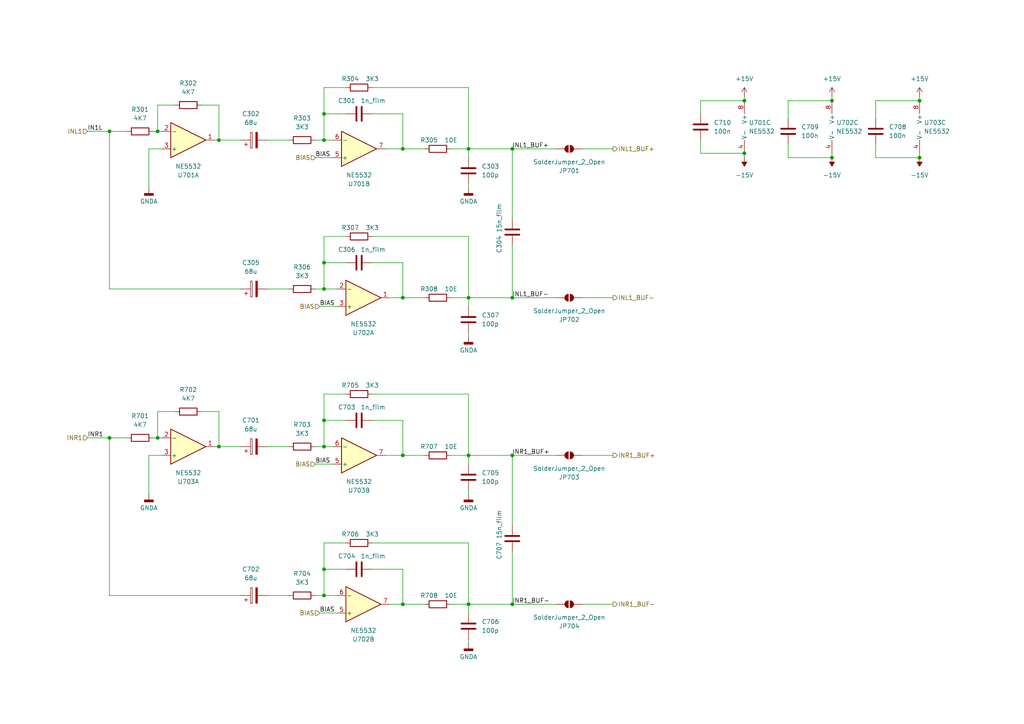
<source format=kicad_sch>
(kicad_sch (version 20250114) (generator "eeschema") (generator_version "9.0")
  (paper "A4")
  (lib_symbols
    (symbol "Amplifier_Operational:NE5532" (pin_names (offset 0.127))
      (property "Reference" "U" (at 0 5.08 0))
      (property "Value" "NE5532" (at 0 -5.08 0))
      (symbol "NE5532_1_1"
        (polyline (pts (xy -5.08 5.08) (xy 5.08 0) (xy -5.08 -5.08) (xy -5.08 5.08)) (stroke (width 0.254)) (fill (type background)))
        (pin input line (at -7.62 2.54 0) (length 2.54) (name "+") (number "3"))
        (pin input line (at -7.62 -2.54 0) (length 2.54) (name "-") (number "2"))
        (pin output line (at 7.62 0 180) (length 2.54) (name "~") (number "1"))
      )
      (symbol "NE5532_2_1"
        (polyline (pts (xy -5.08 5.08) (xy 5.08 0) (xy -5.08 -5.08) (xy -5.08 5.08)) (stroke (width 0.254)) (fill (type background)))
        (pin input line (at -7.62 2.54 0) (length 2.54) (name "+") (number "5"))
        (pin input line (at -7.62 -2.54 0) (length 2.54) (name "-") (number "6"))
        (pin output line (at 7.62 0 180) (length 2.54) (name "~") (number "7"))
      )
      (symbol "NE5532_3_1"
        (pin power_in line (at -2.54 7.62 270) (length 3.81) (name "V+") (number "8"))
        (pin power_in line (at -2.54 -7.62 90) (length 3.81) (name "V-") (number "4"))
      )
    )
    (symbol "Device:C" (pin_numbers (hide yes)) (pin_names (offset 0.254))
      (property "Reference" "C" (at 0.635 2.54 0))
      (property "Value" "C" (at 0.635 -2.54 0))
      (symbol "C_0_1"
        (polyline (pts (xy -2.032 0.762) (xy 2.032 0.762)) (stroke (width 0.508)))
        (polyline (pts (xy -2.032 -0.762) (xy 2.032 -0.762)) (stroke (width 0.508)))
      )
      (symbol "C_1_1"
        (pin passive line (at 0 3.81 270) (length 2.794) (name "~") (number "1"))
        (pin passive line (at 0 -3.81 90) (length 2.794) (name "~") (number "2"))
      )
    )
    (symbol "Device:C_Polarized" (pin_numbers (hide yes)) (pin_names (offset 0.254))
      (property "Reference" "C" (at 0.635 2.54 0))
      (property "Value" "C_Polarized" (at 0.635 -2.54 0))
      (symbol "C_Polarized_0_1"
        (rectangle (start -2.286 0.508) (end 2.286 1.016))
        (polyline (pts (xy -1.778 2.286) (xy -0.762 2.286)))
        (polyline (pts (xy -1.27 2.794) (xy -1.27 1.778)))
        (rectangle (start 2.286 -0.508) (end -2.286 -1.016) (fill (type outline)))
      )
      (symbol "C_Polarized_1_1"
        (pin passive line (at 0 3.81 270) (length 2.794) (name "~") (number "1"))
        (pin passive line (at 0 -3.81 90) (length 2.794) (name "~") (number "2"))
      )
    )
    (symbol "Device:R" (pin_numbers (hide yes)) (pin_names (offset 0))
      (property "Reference" "R" (at 2.032 0 90))
      (property "Value" "R" (at 0 0 90))
      (symbol "R_0_1"
        (rectangle (start -1.016 -2.54) (end 1.016 2.54) (stroke (width 0.254)))
      )
      (symbol "R_1_1"
        (pin passive line (at 0 3.81 270) (length 1.27) (name "~") (number "1"))
        (pin passive line (at 0 -3.81 90) (length 1.27) (name "~") (number "2"))
      )
    )
    (symbol "Jumper:SolderJumper_2_Open" (pin_numbers (hide yes)) (pin_names (offset 0) (hide yes)) (in_bom no)
      (property "Reference" "JP" (at 0 2.032 0))
      (property "Value" "SolderJumper_2_Open" (at 0 -2.54 0))
      (symbol "SolderJumper_2_Open_0_1"
        (polyline (pts (xy -0.254 1.016) (xy -0.254 -1.016)))
        (arc (start -0.254 -1.016) (mid -1.2656 0) (end -0.254 1.016))
        (arc (start -0.254 -1.016) (mid -1.2656 0) (end -0.254 1.016) (fill (type outline)))
        (arc (start 0.254 1.016) (mid 1.2656 0) (end 0.254 -1.016))
        (arc (start 0.254 1.016) (mid 1.2656 0) (end 0.254 -1.016) (fill (type outline)))
        (polyline (pts (xy 0.254 1.016) (xy 0.254 -1.016)))
      )
      (symbol "SolderJumper_2_Open_1_1"
        (pin passive line (at -3.81 0 0) (length 2.54) (name "A") (number "1"))
        (pin passive line (at 3.81 0 180) (length 2.54) (name "B") (number "2"))
      )
    )
    (symbol "power:+15V" (power) (pin_numbers (hide yes)) (pin_names (offset 0) (hide yes))
      (property "Value" "+15V" (at 0 3.556 0))
      (symbol "+15V_0_1"
        (polyline (pts (xy -0.762 1.27) (xy 0 2.54)))
        (polyline (pts (xy 0 2.54) (xy 0.762 1.27)))
        (polyline (pts (xy 0 0) (xy 0 2.54)))
      )
      (symbol "+15V_1_1"
        (pin power_in line (at 0 0 90) (length 0) (name "~") (number "1"))
      )
    )
    (symbol "power:-15V" (power) (pin_numbers (hide yes)) (pin_names (offset 0) (hide yes))
      (property "Value" "-15V" (at 0 3.556 0))
      (symbol "-15V_0_0"
        (pin power_in line (at 0 0 90) (length 0) (name "~") (number "1"))
      )
      (symbol "-15V_0_1"
        (polyline (pts (xy 0 0) (xy 0 1.27) (xy 0.762 1.27) (xy 0 2.54) (xy -0.762 1.27) (xy 0 1.27)) (fill (type outline)))
      )
    )
    (symbol "power:GNDD" (power) (pin_numbers (hide yes)) (pin_names (offset 0) (hide yes))
      (property "Value" "GNDD" (at 0 -3.175 0))
      (symbol "GNDD_0_1"
        (rectangle (start -1.27 -1.524) (end 1.27 -2.032) (stroke (width 0.254)) (fill (type outline)))
        (polyline (pts (xy 0 0) (xy 0 -1.524)))
      )
      (symbol "GNDD_1_1"
        (pin power_in line (at 0 0 270) (length 0) (name "~") (number "1"))
      )
    )
  )
  (junction (at 93.98 121.92))
  (junction (at 93.98 40.64))
  (junction (at 31.75 38.1))
  (junction (at 241.3 29.21))
  (junction (at 215.9 29.21))
  (junction (at 116.84 175.26))
  (junction (at 135.89 43.18))
  (junction (at 93.98 83.82))
  (junction (at 135.89 175.26))
  (junction (at 116.84 86.36))
  (junction (at 116.84 132.08))
  (junction (at 63.5 40.64))
  (junction (at 45.72 38.1))
  (junction (at 63.5 129.54))
  (junction (at 45.72 127))
  (junction (at 148.59 43.18))
  (junction (at 135.89 132.08))
  (junction (at 148.59 175.26))
  (junction (at 135.89 86.36))
  (junction (at 266.7 29.21))
  (junction (at 116.84 43.18))
  (junction (at 148.59 132.08))
  (junction (at 215.9 44.45))
  (junction (at 31.75 127))
  (junction (at 266.7 45.72))
  (junction (at 93.98 172.72))
  (junction (at 93.98 129.54))
  (junction (at 241.3 45.72))
  (junction (at 93.98 33.02))
  (junction (at 148.59 86.36))
  (junction (at 93.98 76.2))
  (junction (at 93.98 165.1))
  (wire (pts (xy 92.71 88.9) (xy 97.79 88.9)))
  (wire (pts (xy 135.89 157.48) (xy 135.89 175.26)))
  (wire (pts (xy 266.7 44.45) (xy 266.7 45.72)))
  (wire (pts (xy 135.89 114.3) (xy 135.89 132.08)))
  (wire (pts (xy 254 29.21) (xy 254 34.29)))
  (wire (pts (xy 100.33 114.3) (xy 93.98 114.3)))
  (wire (pts (xy 93.98 129.54) (xy 96.52 129.54)))
  (wire (pts (xy 91.44 45.72) (xy 96.52 45.72)))
  (wire (pts (xy 93.98 76.2) (xy 93.98 83.82)))
  (wire (pts (xy 107.95 157.48) (xy 135.89 157.48)))
  (wire (pts (xy 228.6 29.21) (xy 241.3 29.21)))
  (wire (pts (xy 107.95 165.1) (xy 116.84 165.1)))
  (wire (pts (xy 168.91 86.36) (xy 177.8 86.36)))
  (wire (pts (xy 107.95 114.3) (xy 135.89 114.3)))
  (wire (pts (xy 62.23 129.54) (xy 63.5 129.54)))
  (wire (pts (xy 31.75 83.82) (xy 31.75 38.1)))
  (wire (pts (xy 135.89 175.26) (xy 148.59 175.26)))
  (wire (pts (xy 91.44 83.82) (xy 93.98 83.82)))
  (wire (pts (xy 93.98 114.3) (xy 93.98 121.92)))
  (wire (pts (xy 77.47 129.54) (xy 83.82 129.54)))
  (wire (pts (xy 100.33 165.1) (xy 93.98 165.1)))
  (wire (pts (xy 91.44 129.54) (xy 93.98 129.54)))
  (wire (pts (xy 266.7 27.94) (xy 266.7 29.21)))
  (wire (pts (xy 135.89 68.58) (xy 135.89 86.36)))
  (wire (pts (xy 148.59 43.18) (xy 148.59 63.5)))
  (wire (pts (xy 130.81 175.26) (xy 135.89 175.26)))
  (wire (pts (xy 148.59 86.36) (xy 161.29 86.36)))
  (wire (pts (xy 135.89 43.18) (xy 130.81 43.18)))
  (wire (pts (xy 148.59 86.36) (xy 148.59 71.12)))
  (wire (pts (xy 91.44 172.72) (xy 93.98 172.72)))
  (wire (pts (xy 93.98 172.72) (xy 97.79 172.72)))
  (wire (pts (xy 93.98 68.58) (xy 93.98 76.2)))
  (wire (pts (xy 135.89 43.18) (xy 148.59 43.18)))
  (wire (pts (xy 50.8 30.48) (xy 45.72 30.48)))
  (wire (pts (xy 135.89 25.4) (xy 135.89 43.18)))
  (wire (pts (xy 107.95 33.02) (xy 116.84 33.02)))
  (wire (pts (xy 203.2 29.21) (xy 203.2 33.02)))
  (wire (pts (xy 46.99 132.08) (xy 43.18 132.08)))
  (wire (pts (xy 91.44 134.62) (xy 96.52 134.62)))
  (wire (pts (xy 135.89 132.08) (xy 130.81 132.08)))
  (wire (pts (xy 25.4 127) (xy 31.75 127)))
  (wire (pts (xy 116.84 43.18) (xy 123.19 43.18)))
  (wire (pts (xy 58.42 119.38) (xy 63.5 119.38)))
  (wire (pts (xy 50.8 119.38) (xy 45.72 119.38)))
  (wire (pts (xy 203.2 44.45) (xy 215.9 44.45)))
  (wire (pts (xy 58.42 30.48) (xy 63.5 30.48)))
  (wire (pts (xy 100.33 121.92) (xy 93.98 121.92)))
  (wire (pts (xy 45.72 119.38) (xy 45.72 127)))
  (wire (pts (xy 63.5 119.38) (xy 63.5 129.54)))
  (wire (pts (xy 148.59 132.08) (xy 148.59 152.4)))
  (wire (pts (xy 107.95 76.2) (xy 116.84 76.2)))
  (wire (pts (xy 148.59 132.08) (xy 161.29 132.08)))
  (wire (pts (xy 116.84 76.2) (xy 116.84 86.36)))
  (wire (pts (xy 91.44 40.64) (xy 93.98 40.64)))
  (wire (pts (xy 116.84 43.18) (xy 111.76 43.18)))
  (wire (pts (xy 135.89 185.42) (xy 135.89 186.69)))
  (wire (pts (xy 203.2 29.21) (xy 215.9 29.21)))
  (wire (pts (xy 148.59 43.18) (xy 161.29 43.18)))
  (wire (pts (xy 168.91 132.08) (xy 177.8 132.08)))
  (wire (pts (xy 63.5 30.48) (xy 63.5 40.64)))
  (wire (pts (xy 46.99 43.18) (xy 43.18 43.18)))
  (wire (pts (xy 168.91 43.18) (xy 177.8 43.18)))
  (wire (pts (xy 92.71 177.8) (xy 97.79 177.8)))
  (wire (pts (xy 113.03 175.26) (xy 116.84 175.26)))
  (wire (pts (xy 45.72 30.48) (xy 45.72 38.1)))
  (wire (pts (xy 215.9 44.45) (xy 215.9 45.72)))
  (wire (pts (xy 63.5 129.54) (xy 69.85 129.54)))
  (wire (pts (xy 135.89 132.08) (xy 148.59 132.08)))
  (wire (pts (xy 116.84 132.08) (xy 123.19 132.08)))
  (wire (pts (xy 93.98 33.02) (xy 93.98 40.64)))
  (wire (pts (xy 77.47 172.72) (xy 83.82 172.72)))
  (wire (pts (xy 116.84 175.26) (xy 123.19 175.26)))
  (wire (pts (xy 135.89 175.26) (xy 135.89 177.8)))
  (wire (pts (xy 107.95 121.92) (xy 116.84 121.92)))
  (wire (pts (xy 228.6 29.21) (xy 228.6 34.29)))
  (wire (pts (xy 168.91 175.26) (xy 177.8 175.26)))
  (wire (pts (xy 69.85 83.82) (xy 31.75 83.82)))
  (wire (pts (xy 100.33 76.2) (xy 93.98 76.2)))
  (wire (pts (xy 100.33 33.02) (xy 93.98 33.02)))
  (wire (pts (xy 43.18 43.18) (xy 43.18 54.61)))
  (wire (pts (xy 31.75 127) (xy 36.83 127)))
  (wire (pts (xy 77.47 40.64) (xy 83.82 40.64)))
  (wire (pts (xy 135.89 96.52) (xy 135.89 97.79)))
  (wire (pts (xy 107.95 68.58) (xy 135.89 68.58)))
  (wire (pts (xy 254 45.72) (xy 266.7 45.72)))
  (wire (pts (xy 62.23 40.64) (xy 63.5 40.64)))
  (wire (pts (xy 93.98 121.92) (xy 93.98 129.54)))
  (wire (pts (xy 148.59 175.26) (xy 161.29 175.26)))
  (wire (pts (xy 148.59 175.26) (xy 148.59 160.02)))
  (wire (pts (xy 203.2 40.64) (xy 203.2 44.45)))
  (wire (pts (xy 116.84 86.36) (xy 123.19 86.36)))
  (wire (pts (xy 44.45 38.1) (xy 45.72 38.1)))
  (wire (pts (xy 69.85 172.72) (xy 31.75 172.72)))
  (wire (pts (xy 116.84 33.02) (xy 116.84 43.18)))
  (wire (pts (xy 135.89 43.18) (xy 135.89 45.72)))
  (wire (pts (xy 93.98 83.82) (xy 97.79 83.82)))
  (wire (pts (xy 100.33 25.4) (xy 93.98 25.4)))
  (wire (pts (xy 113.03 86.36) (xy 116.84 86.36)))
  (wire (pts (xy 93.98 40.64) (xy 96.52 40.64)))
  (wire (pts (xy 116.84 121.92) (xy 116.84 132.08)))
  (wire (pts (xy 135.89 53.34) (xy 135.89 54.61)))
  (wire (pts (xy 254 41.91) (xy 254 45.72)))
  (wire (pts (xy 116.84 132.08) (xy 111.76 132.08)))
  (wire (pts (xy 31.75 38.1) (xy 36.83 38.1)))
  (wire (pts (xy 93.98 157.48) (xy 93.98 165.1)))
  (wire (pts (xy 25.4 38.1) (xy 31.75 38.1)))
  (wire (pts (xy 100.33 157.48) (xy 93.98 157.48)))
  (wire (pts (xy 43.18 132.08) (xy 43.18 143.51)))
  (wire (pts (xy 130.81 86.36) (xy 135.89 86.36)))
  (wire (pts (xy 116.84 165.1) (xy 116.84 175.26)))
  (wire (pts (xy 241.3 27.94) (xy 241.3 29.21)))
  (wire (pts (xy 241.3 44.45) (xy 241.3 45.72)))
  (wire (pts (xy 93.98 25.4) (xy 93.98 33.02)))
  (wire (pts (xy 107.95 25.4) (xy 135.89 25.4)))
  (wire (pts (xy 215.9 27.94) (xy 215.9 29.21)))
  (wire (pts (xy 77.47 83.82) (xy 83.82 83.82)))
  (wire (pts (xy 31.75 172.72) (xy 31.75 127)))
  (wire (pts (xy 93.98 165.1) (xy 93.98 172.72)))
  (wire (pts (xy 228.6 41.91) (xy 228.6 45.72)))
  (wire (pts (xy 135.89 86.36) (xy 135.89 88.9)))
  (wire (pts (xy 44.45 127) (xy 45.72 127)))
  (wire (pts (xy 228.6 45.72) (xy 241.3 45.72)))
  (wire (pts (xy 100.33 68.58) (xy 93.98 68.58)))
  (wire (pts (xy 254 29.21) (xy 266.7 29.21)))
  (wire (pts (xy 135.89 86.36) (xy 148.59 86.36)))
  (wire (pts (xy 63.5 40.64) (xy 69.85 40.64)))
  (wire (pts (xy 45.72 38.1) (xy 46.99 38.1)))
  (wire (pts (xy 45.72 127) (xy 46.99 127)))
  (wire (pts (xy 135.89 142.24) (xy 135.89 143.51)))
  (wire (pts (xy 135.89 132.08) (xy 135.89 134.62)))
  (label "INR1_BUF-" (at 148.59 175.26 0))
  (label "BIAS" (at 92.71 177.8 0))
  (label "INR1_BUF+" (at 148.59 132.08 0))
  (label "BIAS" (at 91.44 45.72 0))
  (label "INL1_BUF-" (at 148.59 86.36 0))
  (label "BIAS" (at 91.44 134.62 0))
  (label "INL1_BUF+" (at 148.59 43.18 0))
  (label "IN1L" (at 25.4 38.1 0))
  (label "BIAS" (at 92.71 88.9 0))
  (label "INR1" (at 25.4 127 0))
  (hierarchical_label "INR1_BUF+" (shape output) (at 177.8 132.08 0))
  (hierarchical_label "INL1" (shape input) (at 25.4 38.1 180))
  (hierarchical_label "INL1_BUF+" (shape output) (at 177.8 43.18 0))
  (hierarchical_label "BIAS" (shape input) (at 91.5136 45.72 180))
  (hierarchical_label "INR1_BUF-" (shape output) (at 177.8 175.26 0))
  (hierarchical_label "BIAS" (shape input) (at 92.71 177.8 180))
  (hierarchical_label "INR1" (shape input) (at 25.4 127 180))
  (hierarchical_label "BIAS" (shape input) (at 91.44 134.62 180))
  (hierarchical_label "INL1_BUF-" (shape output) (at 177.8 86.36 0))
  (hierarchical_label "BIAS" (shape input) (at 92.71 88.9 180))
  (symbol (lib_id "Device:R") (at 104.14 114.3 90) (unit 1)
    (property "Reference" "R705" (at 101.6 111.76 90))
    (property "Value" "3K3" (at 107.95 111.76 90))
    (property "Footprint" "Resistor_SMD:R_0603_1608Metric_Pad0.98x0.95mm_HandSolder" (effects (hide yes)))
    (property "Description" "Resistor" (effects (hide yes)))
  )
  (symbol (lib_id "Amplifier_Operational:NE5532") (at 105.41 175.26 0) (mirror x) (unit 2)
    (property "Reference" "U702" (at 105.41 185.42 0))
    (property "Value" "NE5532" (at 105.41 182.88 0))
    (property "Datasheet" "http://www.ti.com/lit/ds/symlink/ne5532.pdf" (effects (hide yes)))
    (property "Description" "Dual Low-Noise Operational Amplifiers, DIP-8/SOIC-8" (effects (hide yes)))
  )
  (symbol (lib_id "Device:C_Polarized") (at 73.66 83.82 90) (unit 1)
    (property "Reference" "C305" (at 72.771 76.2 90))
    (property "Value" "68u" (at 72.771 78.74 90))
    (property "Description" "Polarized capacitor" (effects (hide yes)))
  )
  (symbol (lib_id "Device:R") (at 40.64 127 90) (unit 1)
    (property "Reference" "R701" (at 40.64 120.65 90))
    (property "Value" "4K7" (at 40.64 123.19 90))
    (property "Footprint" "Resistor_SMD:R_0603_1608Metric_Pad0.98x0.95mm_HandSolder" (effects (hide yes)))
    (property "Description" "Resistor" (effects (hide yes)))
  )
  (symbol (lib_id "Device:C") (at 104.14 165.1 90) (unit 1)
    (property "Reference" "C704" (at 100.584 161.29 90))
    (property "Value" "1n_film" (at 108.204 161.29 90))
    (property "Footprint" "Capacitor_SMD:C_0603_1608Metric_Pad1.08x0.95mm_HandSolder" (effects (hide yes)))
    (property "Description" "Unpolarized capacitor" (effects (hide yes)))
  )
  (symbol (lib_id "Device:C") (at 104.14 33.02 90) (unit 1)
    (property "Reference" "C301" (at 100.584 29.21 90))
    (property "Value" "1n_film" (at 108.204 29.21 90))
    (property "Footprint" "Capacitor_SMD:C_0603_1608Metric_Pad1.08x0.95mm_HandSolder" (effects (hide yes)))
    (property "Description" "Unpolarized capacitor" (effects (hide yes)))
  )
  (symbol (lib_id "power:GNDD") (at 135.89 54.61 0) (unit 1)
    (property "Reference" "#PWR0313" (effects (hide yes)))
    (property "Value" "GNDA" (at 135.89 58.42 0))
    (property "Description" "Power symbol creates a global label with name \"GNDD\" , digital ground" (effects (hide yes)))
  )
  (symbol (lib_id "Device:C") (at 148.59 156.21 180) (unit 1)
    (property "Reference" "C707" (at 144.78 159.766 90))
    (property "Value" "15n_film" (at 144.78 152.146 90))
    (property "Footprint" "Capacitor_SMD:C_0603_1608Metric_Pad1.08x0.95mm_HandSolder" (effects (hide yes)))
    (property "Description" "Unpolarized capacitor" (effects (hide yes)))
  )
  (symbol (lib_id "Device:C") (at 135.89 138.43 0) (unit 1)
    (property "Reference" "C705" (at 139.7 137.1599 0) (effects (justify left)))
    (property "Value" "100p" (at 139.7 139.6999 0) (effects (justify left)))
    (property "Footprint" "Capacitor_SMD:C_0603_1608Metric_Pad1.08x0.95mm_HandSolder" (effects (hide yes)))
    (property "Description" "Unpolarized capacitor" (effects (hide yes)))
  )
  (symbol (lib_id "power:GNDD") (at 135.89 143.51 0) (unit 1)
    (property "Reference" "#PWR0702" (effects (hide yes)))
    (property "Value" "GNDA" (at 135.89 147.32 0))
    (property "Description" "Power symbol creates a global label with name \"GNDD\" , digital ground" (effects (hide yes)))
  )
  (symbol (lib_id "Device:C") (at 148.59 67.31 180) (unit 1)
    (property "Reference" "C304" (at 144.78 70.866 90))
    (property "Value" "15n_film" (at 144.78 63.246 90))
    (property "Footprint" "Capacitor_SMD:C_0603_1608Metric_Pad1.08x0.95mm_HandSolder" (effects (hide yes)))
    (property "Description" "Unpolarized capacitor" (effects (hide yes)))
  )
  (symbol (lib_id "power:GNDD") (at 135.89 97.79 0) (unit 1)
    (property "Reference" "#PWR0314" (effects (hide yes)))
    (property "Value" "GNDA" (at 135.89 101.6 0))
    (property "Description" "Power symbol creates a global label with name \"GNDD\" , digital ground" (effects (hide yes)))
  )
  (symbol (lib_id "power:GNDD") (at 43.18 54.61 0) (unit 1)
    (property "Reference" "#PWR0312" (effects (hide yes)))
    (property "Value" "GNDA" (at 43.18 58.42 0))
    (property "Description" "Power symbol creates a global label with name \"GNDD\" , digital ground" (effects (hide yes)))
  )
  (symbol (lib_id "Amplifier_Operational:NE5532") (at 54.61 129.54 0) (mirror x) (unit 1)
    (property "Reference" "U703" (at 54.61 139.7 0))
    (property "Value" "NE5532" (at 54.61 137.16 0))
    (property "Datasheet" "http://www.ti.com/lit/ds/symlink/ne5532.pdf" (effects (hide yes)))
    (property "Description" "Dual Low-Noise Operational Amplifiers, DIP-8/SOIC-8" (effects (hide yes)))
  )
  (symbol (lib_id "Device:R") (at 104.14 25.4 90) (unit 1)
    (property "Reference" "R304" (at 101.6 22.86 90))
    (property "Value" "3K3" (at 107.95 22.86 90))
    (property "Footprint" "Resistor_SMD:R_0603_1608Metric_Pad0.98x0.95mm_HandSolder" (effects (hide yes)))
    (property "Description" "Resistor" (effects (hide yes)))
  )
  (symbol (lib_id "Device:C_Polarized") (at 73.66 129.54 90) (unit 1)
    (property "Reference" "C701" (at 72.771 121.92 90))
    (property "Value" "68u" (at 72.771 124.46 90))
    (property "Description" "Polarized capacitor" (effects (hide yes)))
  )
  (symbol (lib_id "Amplifier_Operational:NE5532") (at 218.44 36.83 0) (unit 3)
    (property "Reference" "U701" (at 217.17 35.5599 0) (effects (justify left)))
    (property "Value" "NE5532" (at 217.17 38.0999 0) (effects (justify left)))
    (property "Datasheet" "http://www.ti.com/lit/ds/symlink/ne5532.pdf" (effects (hide yes)))
    (property "Description" "Dual Low-Noise Operational Amplifiers, DIP-8/SOIC-8" (effects (hide yes)))
  )
  (symbol (lib_id "Jumper:SolderJumper_2_Open") (at 165.1 132.08 180) (unit 1) (in_bom no)
    (property "Reference" "JP703" (at 165.1 138.43 0))
    (property "Value" "SolderJumper_2_Open" (at 165.1 135.89 0))
    (property "Footprint" "Jumper:SolderJumper-2_P1.3mm_Open_Pad1.0x1.5mm" (effects (hide yes)))
    (property "Description" "Solder Jumper, 2-pole, open" (effects (hide yes)))
  )
  (symbol (lib_id "Device:C") (at 203.2 36.83 0) (unit 1)
    (property "Reference" "C710" (at 207.01 35.5599 0) (effects (justify left)))
    (property "Value" "100n" (at 207.01 38.0999 0) (effects (justify left)))
    (property "Footprint" "Capacitor_SMD:C_0603_1608Metric_Pad1.08x0.95mm_HandSolder" (effects (hide yes)))
    (property "Description" "Unpolarized capacitor" (effects (hide yes)))
  )
  (symbol (lib_id "Device:R") (at 127 43.18 90) (unit 1)
    (property "Reference" "R305" (at 124.46 40.64 90))
    (property "Value" "10E" (at 130.81 40.64 90))
    (property "Footprint" "Resistor_SMD:R_0603_1608Metric_Pad0.98x0.95mm_HandSolder" (effects (hide yes)))
    (property "Description" "Resistor" (effects (hide yes)))
  )
  (symbol (lib_id "Device:C") (at 135.89 181.61 0) (unit 1)
    (property "Reference" "C706" (at 139.7 180.3399 0) (effects (justify left)))
    (property "Value" "100p" (at 139.7 182.8799 0) (effects (justify left)))
    (property "Footprint" "Capacitor_SMD:C_0603_1608Metric_Pad1.08x0.95mm_HandSolder" (effects (hide yes)))
    (property "Description" "Unpolarized capacitor" (effects (hide yes)))
  )
  (symbol (lib_id "power:-15V") (at 215.9 45.72 180) (unit 1)
    (property "Reference" "#PWR0309" (effects (hide yes)))
    (property "Value" "-15V" (at 215.9 50.8 0))
    (property "Description" "Power symbol creates a global label with name \"-15V\"" (effects (hide yes)))
  )
  (symbol (lib_id "Amplifier_Operational:NE5532") (at 104.14 43.18 0) (mirror x) (unit 2)
    (property "Reference" "U701" (at 104.14 53.34 0))
    (property "Value" "NE5532" (at 104.14 50.8 0))
    (property "Datasheet" "http://www.ti.com/lit/ds/symlink/ne5532.pdf" (effects (hide yes)))
    (property "Description" "Dual Low-Noise Operational Amplifiers, DIP-8/SOIC-8" (effects (hide yes)))
  )
  (symbol (lib_id "Device:C") (at 228.6 38.1 0) (unit 1)
    (property "Reference" "C709" (at 232.41 36.8299 0) (effects (justify left)))
    (property "Value" "100n" (at 232.41 39.3699 0) (effects (justify left)))
    (property "Footprint" "Capacitor_SMD:C_0603_1608Metric_Pad1.08x0.95mm_HandSolder" (effects (hide yes)))
    (property "Description" "Unpolarized capacitor" (effects (hide yes)))
  )
  (symbol (lib_id "power:GNDD") (at 135.89 186.69 0) (unit 1)
    (property "Reference" "#PWR0703" (effects (hide yes)))
    (property "Value" "GNDA" (at 135.89 190.5 0))
    (property "Description" "Power symbol creates a global label with name \"GNDD\" , digital ground" (effects (hide yes)))
  )
  (symbol (lib_id "Device:R") (at 87.63 40.64 90) (unit 1)
    (property "Reference" "R303" (at 87.63 34.29 90))
    (property "Value" "3K3" (at 87.63 36.83 90))
    (property "Footprint" "Resistor_SMD:R_0603_1608Metric_Pad0.98x0.95mm_HandSolder" (effects (hide yes)))
    (property "Description" "Resistor" (effects (hide yes)))
  )
  (symbol (lib_id "Amplifier_Operational:NE5532") (at 104.14 132.08 0) (mirror x) (unit 2)
    (property "Reference" "U703" (at 104.14 142.24 0))
    (property "Value" "NE5532" (at 104.14 139.7 0))
    (property "Datasheet" "http://www.ti.com/lit/ds/symlink/ne5532.pdf" (effects (hide yes)))
    (property "Description" "Dual Low-Noise Operational Amplifiers, DIP-8/SOIC-8" (effects (hide yes)))
  )
  (symbol (lib_id "Device:R") (at 127 86.36 90) (unit 1)
    (property "Reference" "R308" (at 124.46 83.82 90))
    (property "Value" "10E" (at 130.81 83.82 90))
    (property "Footprint" "Resistor_SMD:R_0603_1608Metric_Pad0.98x0.95mm_HandSolder" (effects (hide yes)))
    (property "Description" "Resistor" (effects (hide yes)))
  )
  (symbol (lib_id "power:GNDD") (at 43.18 143.51 0) (unit 1)
    (property "Reference" "#PWR0701" (effects (hide yes)))
    (property "Value" "GNDA" (at 43.18 147.32 0))
    (property "Description" "Power symbol creates a global label with name \"GNDD\" , digital ground" (effects (hide yes)))
  )
  (symbol (lib_id "Device:R") (at 87.63 172.72 90) (unit 1)
    (property "Reference" "R704" (at 87.63 166.37 90))
    (property "Value" "3K3" (at 87.63 168.91 90))
    (property "Footprint" "Resistor_SMD:R_0603_1608Metric_Pad0.98x0.95mm_HandSolder" (effects (hide yes)))
    (property "Description" "Resistor" (effects (hide yes)))
  )
  (symbol (lib_id "Jumper:SolderJumper_2_Open") (at 165.1 43.18 180) (unit 1) (in_bom no)
    (property "Reference" "JP701" (at 165.1 49.53 0))
    (property "Value" "SolderJumper_2_Open" (at 165.1 46.99 0))
    (property "Footprint" "Jumper:SolderJumper-2_P1.3mm_Open_Pad1.0x1.5mm" (effects (hide yes)))
    (property "Description" "Solder Jumper, 2-pole, open" (effects (hide yes)))
  )
  (symbol (lib_id "Device:R") (at 127 132.08 90) (unit 1)
    (property "Reference" "R707" (at 124.46 129.54 90))
    (property "Value" "10E" (at 130.81 129.54 90))
    (property "Footprint" "Resistor_SMD:R_0603_1608Metric_Pad0.98x0.95mm_HandSolder" (effects (hide yes)))
    (property "Description" "Resistor" (effects (hide yes)))
  )
  (symbol (lib_id "Device:C_Polarized") (at 73.66 40.64 90) (unit 1)
    (property "Reference" "C302" (at 72.771 33.02 90))
    (property "Value" "68u" (at 72.771 35.56 90))
    (property "Description" "Polarized capacitor" (effects (hide yes)))
  )
  (symbol (lib_id "Device:R") (at 104.14 68.58 90) (unit 1)
    (property "Reference" "R307" (at 101.6 66.04 90))
    (property "Value" "3K3" (at 107.95 66.04 90))
    (property "Footprint" "Resistor_SMD:R_0603_1608Metric_Pad0.98x0.95mm_HandSolder" (effects (hide yes)))
    (property "Description" "Resistor" (effects (hide yes)))
  )
  (symbol (lib_id "power:+15V") (at 215.9 27.94 0) (unit 1)
    (property "Reference" "#PWR0308" (effects (hide yes)))
    (property "Value" "+15V" (at 215.9 22.86 0))
    (property "Description" "Power symbol creates a global label with name \"+15V\"" (effects (hide yes)))
  )
  (symbol (lib_id "Amplifier_Operational:NE5532") (at 54.61 40.64 0) (mirror x) (unit 1)
    (property "Reference" "U701" (at 54.61 50.8 0))
    (property "Value" "NE5532" (at 54.61 48.26 0))
    (property "Datasheet" "http://www.ti.com/lit/ds/symlink/ne5532.pdf" (effects (hide yes)))
    (property "Description" "Dual Low-Noise Operational Amplifiers, DIP-8/SOIC-8" (effects (hide yes)))
  )
  (symbol (lib_id "Device:C") (at 104.14 121.92 90) (unit 1)
    (property "Reference" "C703" (at 100.584 118.11 90))
    (property "Value" "1n_film" (at 108.204 118.11 90))
    (property "Footprint" "Capacitor_SMD:C_0603_1608Metric_Pad1.08x0.95mm_HandSolder" (effects (hide yes)))
    (property "Description" "Unpolarized capacitor" (effects (hide yes)))
  )
  (symbol (lib_id "power:-15V") (at 241.3 45.72 180) (unit 1)
    (property "Reference" "#PWR0311" (effects (hide yes)))
    (property "Value" "-15V" (at 241.3 50.8 0))
    (property "Description" "Power symbol creates a global label with name \"-15V\"" (effects (hide yes)))
  )
  (symbol (lib_id "Device:C") (at 135.89 49.53 0) (unit 1)
    (property "Reference" "C303" (at 139.7 48.2599 0) (effects (justify left)))
    (property "Value" "100p" (at 139.7 50.7999 0) (effects (justify left)))
    (property "Footprint" "Capacitor_SMD:C_0603_1608Metric_Pad1.08x0.95mm_HandSolder" (effects (hide yes)))
    (property "Description" "Unpolarized capacitor" (effects (hide yes)))
  )
  (symbol (lib_id "Amplifier_Operational:NE5532") (at 105.41 86.36 0) (mirror x) (unit 1)
    (property "Reference" "U702" (at 105.41 96.52 0))
    (property "Value" "NE5532" (at 105.41 93.98 0))
    (property "Datasheet" "http://www.ti.com/lit/ds/symlink/ne5532.pdf" (effects (hide yes)))
    (property "Description" "Dual Low-Noise Operational Amplifiers, DIP-8/SOIC-8" (effects (hide yes)))
  )
  (symbol (lib_id "Device:R") (at 127 175.26 90) (unit 1)
    (property "Reference" "R708" (at 124.46 172.72 90))
    (property "Value" "10E" (at 130.81 172.72 90))
    (property "Footprint" "Resistor_SMD:R_0603_1608Metric_Pad0.98x0.95mm_HandSolder" (effects (hide yes)))
    (property "Description" "Resistor" (effects (hide yes)))
  )
  (symbol (lib_id "Amplifier_Operational:NE5532") (at 269.24 36.83 0) (unit 3)
    (property "Reference" "U703" (at 267.97 35.5599 0) (effects (justify left)))
    (property "Value" "NE5532" (at 267.97 38.0999 0) (effects (justify left)))
    (property "Datasheet" "http://www.ti.com/lit/ds/symlink/ne5532.pdf" (effects (hide yes)))
    (property "Description" "Dual Low-Noise Operational Amplifiers, DIP-8/SOIC-8" (effects (hide yes)))
  )
  (symbol (lib_id "Jumper:SolderJumper_2_Open") (at 165.1 175.26 180) (unit 1) (in_bom no)
    (property "Reference" "JP704" (at 165.1 181.61 0))
    (property "Value" "SolderJumper_2_Open" (at 165.1 179.07 0))
    (property "Footprint" "Jumper:SolderJumper-2_P1.3mm_Open_Pad1.0x1.5mm" (effects (hide yes)))
    (property "Description" "Solder Jumper, 2-pole, open" (effects (hide yes)))
  )
  (symbol (lib_id "Device:R") (at 54.61 119.38 90) (unit 1)
    (property "Reference" "R702" (at 54.61 113.03 90))
    (property "Value" "4K7" (at 54.61 115.57 90))
    (property "Footprint" "Resistor_SMD:R_0603_1608Metric_Pad0.98x0.95mm_HandSolder" (effects (hide yes)))
    (property "Description" "Resistor" (effects (hide yes)))
  )
  (symbol (lib_id "Amplifier_Operational:NE5532") (at 243.84 36.83 0) (unit 3)
    (property "Reference" "U702" (at 242.57 35.5599 0) (effects (justify left)))
    (property "Value" "NE5532" (at 242.57 38.0999 0) (effects (justify left)))
    (property "Datasheet" "http://www.ti.com/lit/ds/symlink/ne5532.pdf" (effects (hide yes)))
    (property "Description" "Dual Low-Noise Operational Amplifiers, DIP-8/SOIC-8" (effects (hide yes)))
  )
  (symbol (lib_id "Device:R") (at 87.63 83.82 90) (unit 1)
    (property "Reference" "R306" (at 87.63 77.47 90))
    (property "Value" "3K3" (at 87.63 80.01 90))
    (property "Footprint" "Resistor_SMD:R_0603_1608Metric_Pad0.98x0.95mm_HandSolder" (effects (hide yes)))
    (property "Description" "Resistor" (effects (hide yes)))
  )
  (symbol (lib_id "power:+15V") (at 266.7 27.94 0) (unit 1)
    (property "Reference" "#PWR0704" (effects (hide yes)))
    (property "Value" "+15V" (at 266.7 22.86 0))
    (property "Description" "Power symbol creates a global label with name \"+15V\"" (effects (hide yes)))
  )
  (symbol (lib_id "Jumper:SolderJumper_2_Open") (at 165.1 86.36 180) (unit 1) (in_bom no)
    (property "Reference" "JP702" (at 165.1 92.71 0))
    (property "Value" "SolderJumper_2_Open" (at 165.1 90.17 0))
    (property "Footprint" "Jumper:SolderJumper-2_P1.3mm_Open_Pad1.0x1.5mm" (effects (hide yes)))
    (property "Description" "Solder Jumper, 2-pole, open" (effects (hide yes)))
  )
  (symbol (lib_id "power:-15V") (at 266.7 45.72 180) (unit 1)
    (property "Reference" "#PWR0705" (effects (hide yes)))
    (property "Value" "-15V" (at 266.7 50.8 0))
    (property "Description" "Power symbol creates a global label with name \"-15V\"" (effects (hide yes)))
  )
  (symbol (lib_id "Device:R") (at 54.61 30.48 90) (unit 1)
    (property "Reference" "R302" (at 54.61 24.13 90))
    (property "Value" "4K7" (at 54.61 26.67 90))
    (property "Footprint" "Resistor_SMD:R_0603_1608Metric_Pad0.98x0.95mm_HandSolder" (effects (hide yes)))
    (property "Description" "Resistor" (effects (hide yes)))
  )
  (symbol (lib_id "power:+15V") (at 241.3 27.94 0) (unit 1)
    (property "Reference" "#PWR0310" (effects (hide yes)))
    (property "Value" "+15V" (at 241.3 22.86 0))
    (property "Description" "Power symbol creates a global label with name \"+15V\"" (effects (hide yes)))
  )
  (symbol (lib_id "Device:R") (at 104.14 157.48 90) (unit 1)
    (property "Reference" "R706" (at 101.6 154.94 90))
    (property "Value" "3K3" (at 107.95 154.94 90))
    (property "Footprint" "Resistor_SMD:R_0603_1608Metric_Pad0.98x0.95mm_HandSolder" (effects (hide yes)))
    (property "Description" "Resistor" (effects (hide yes)))
  )
  (symbol (lib_id "Device:C_Polarized") (at 73.66 172.72 90) (unit 1)
    (property "Reference" "C702" (at 72.771 165.1 90))
    (property "Value" "68u" (at 72.771 167.64 90))
    (property "Description" "Polarized capacitor" (effects (hide yes)))
  )
  (symbol (lib_id "Device:C") (at 104.14 76.2 90) (unit 1)
    (property "Reference" "C306" (at 100.584 72.39 90))
    (property "Value" "1n_film" (at 108.204 72.39 90))
    (property "Footprint" "Capacitor_SMD:C_0603_1608Metric_Pad1.08x0.95mm_HandSolder" (effects (hide yes)))
    (property "Description" "Unpolarized capacitor" (effects (hide yes)))
  )
  (symbol (lib_id "Device:C") (at 135.89 92.71 0) (unit 1)
    (property "Reference" "C307" (at 139.7 91.4399 0) (effects (justify left)))
    (property "Value" "100p" (at 139.7 93.9799 0) (effects (justify left)))
    (property "Footprint" "Capacitor_SMD:C_0603_1608Metric_Pad1.08x0.95mm_HandSolder" (effects (hide yes)))
    (property "Description" "Unpolarized capacitor" (effects (hide yes)))
  )
  (symbol (lib_id "Device:R") (at 40.64 38.1 90) (unit 1)
    (property "Reference" "R301" (at 40.64 31.75 90))
    (property "Value" "4K7" (at 40.64 34.29 90))
    (property "Footprint" "Resistor_SMD:R_0603_1608Metric_Pad0.98x0.95mm_HandSolder" (effects (hide yes)))
    (property "Description" "Resistor" (effects (hide yes)))
  )
  (symbol (lib_id "Device:R") (at 87.63 129.54 90) (unit 1)
    (property "Reference" "R703" (at 87.63 123.19 90))
    (property "Value" "3K3" (at 87.63 125.73 90))
    (property "Footprint" "Resistor_SMD:R_0603_1608Metric_Pad0.98x0.95mm_HandSolder" (effects (hide yes)))
    (property "Description" "Resistor" (effects (hide yes)))
  )
  (symbol (lib_id "Device:C") (at 254 38.1 0) (unit 1)
    (property "Reference" "C708" (at 257.81 36.8299 0) (effects (justify left)))
    (property "Value" "100n" (at 257.81 39.3699 0) (effects (justify left)))
    (property "Footprint" "Capacitor_SMD:C_0603_1608Metric_Pad1.08x0.95mm_HandSolder" (effects (hide yes)))
    (property "Description" "Unpolarized capacitor" (effects (hide yes)))
  )
)
</source>
